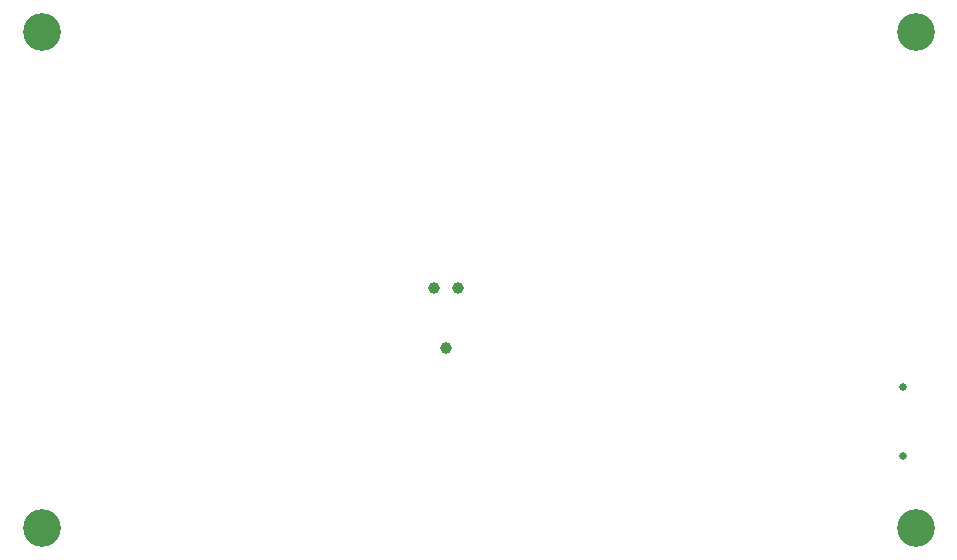
<source format=gbr>
%TF.GenerationSoftware,KiCad,Pcbnew,7.0.9*%
%TF.CreationDate,2024-02-26T10:01:59+01:00*%
%TF.ProjectId,C2LoraGateway,43324c6f-7261-4476-9174-657761792e6b,rev?*%
%TF.SameCoordinates,Original*%
%TF.FileFunction,NonPlated,1,4,NPTH,Drill*%
%TF.FilePolarity,Positive*%
%FSLAX46Y46*%
G04 Gerber Fmt 4.6, Leading zero omitted, Abs format (unit mm)*
G04 Created by KiCad (PCBNEW 7.0.9) date 2024-02-26 10:01:59*
%MOMM*%
%LPD*%
G01*
G04 APERTURE LIST*
%TA.AperFunction,ComponentDrill*%
%ADD10C,0.650000*%
%TD*%
%TA.AperFunction,ComponentDrill*%
%ADD11C,0.990600*%
%TD*%
%TA.AperFunction,ComponentDrill*%
%ADD12C,3.200000*%
%TD*%
G04 APERTURE END LIST*
D10*
%TO.C,J4*%
X165895000Y-104110000D03*
X165895000Y-109890000D03*
D11*
%TO.C,J2*%
X126184000Y-95660000D03*
X127200000Y-100740000D03*
X128216000Y-95660000D03*
D12*
%TO.C,H1*%
X93000000Y-74000000D03*
%TO.C,H3*%
X93000000Y-116000000D03*
%TO.C,H2*%
X167000000Y-74000000D03*
%TO.C,H4*%
X167000000Y-116000000D03*
M02*

</source>
